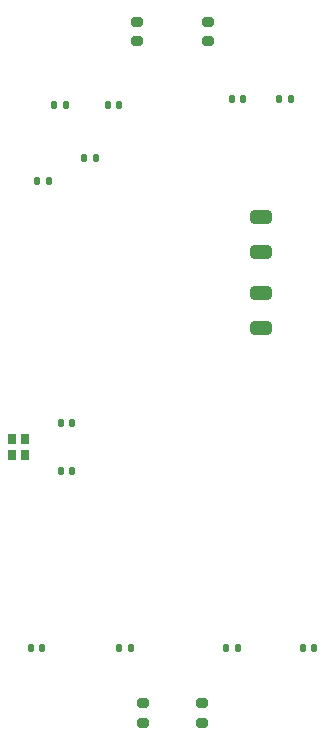
<source format=gtp>
G04 #@! TF.GenerationSoftware,KiCad,Pcbnew,8.0.0*
G04 #@! TF.CreationDate,2024-04-02T15:54:02-06:00*
G04 #@! TF.ProjectId,SimonSaysPCBDesign,53696d6f-6e53-4617-9973-504342446573,1.0*
G04 #@! TF.SameCoordinates,Original*
G04 #@! TF.FileFunction,Paste,Top*
G04 #@! TF.FilePolarity,Positive*
%FSLAX46Y46*%
G04 Gerber Fmt 4.6, Leading zero omitted, Abs format (unit mm)*
G04 Created by KiCad (PCBNEW 8.0.0) date 2024-04-02 15:54:02*
%MOMM*%
%LPD*%
G01*
G04 APERTURE LIST*
G04 Aperture macros list*
%AMRoundRect*
0 Rectangle with rounded corners*
0 $1 Rounding radius*
0 $2 $3 $4 $5 $6 $7 $8 $9 X,Y pos of 4 corners*
0 Add a 4 corners polygon primitive as box body*
4,1,4,$2,$3,$4,$5,$6,$7,$8,$9,$2,$3,0*
0 Add four circle primitives for the rounded corners*
1,1,$1+$1,$2,$3*
1,1,$1+$1,$4,$5*
1,1,$1+$1,$6,$7*
1,1,$1+$1,$8,$9*
0 Add four rect primitives between the rounded corners*
20,1,$1+$1,$2,$3,$4,$5,0*
20,1,$1+$1,$4,$5,$6,$7,0*
20,1,$1+$1,$6,$7,$8,$9,0*
20,1,$1+$1,$8,$9,$2,$3,0*%
G04 Aperture macros list end*
%ADD10RoundRect,0.140000X-0.140000X-0.170000X0.140000X-0.170000X0.140000X0.170000X-0.140000X0.170000X0*%
%ADD11RoundRect,0.200000X-0.275000X0.200000X-0.275000X-0.200000X0.275000X-0.200000X0.275000X0.200000X0*%
%ADD12RoundRect,0.250000X0.650000X-0.325000X0.650000X0.325000X-0.650000X0.325000X-0.650000X-0.325000X0*%
%ADD13RoundRect,0.135000X-0.135000X-0.185000X0.135000X-0.185000X0.135000X0.185000X-0.135000X0.185000X0*%
%ADD14R,0.800000X0.900000*%
%ADD15RoundRect,0.200000X0.275000X-0.200000X0.275000X0.200000X-0.275000X0.200000X-0.275000X-0.200000X0*%
G04 APERTURE END LIST*
D10*
X124040000Y-107500000D03*
X125000000Y-107500000D03*
D11*
X136500000Y-69500000D03*
X136500000Y-71150000D03*
D12*
X141025000Y-88950000D03*
X141025000Y-86000000D03*
D13*
X128980000Y-122500000D03*
X130000000Y-122500000D03*
X122000000Y-83000000D03*
X123020000Y-83000000D03*
X142480000Y-76000000D03*
X143500000Y-76000000D03*
X138000000Y-122500000D03*
X139020000Y-122500000D03*
D10*
X124020000Y-103500000D03*
X124980000Y-103500000D03*
X138540000Y-76000000D03*
X139500000Y-76000000D03*
X126020000Y-81000000D03*
X126980000Y-81000000D03*
D12*
X141025000Y-95450000D03*
X141025000Y-92500000D03*
D10*
X128960000Y-76500000D03*
X128000000Y-76500000D03*
X121520000Y-122500000D03*
X122480000Y-122500000D03*
D14*
X119950000Y-104800000D03*
X119950000Y-106200000D03*
X121050000Y-106200000D03*
X121050000Y-104800000D03*
D15*
X136000000Y-128825000D03*
X136000000Y-127175000D03*
D13*
X123500000Y-76500000D03*
X124520000Y-76500000D03*
D11*
X130500000Y-69500000D03*
X130500000Y-71150000D03*
D15*
X131000000Y-128825000D03*
X131000000Y-127175000D03*
D10*
X144540000Y-122500000D03*
X145500000Y-122500000D03*
M02*

</source>
